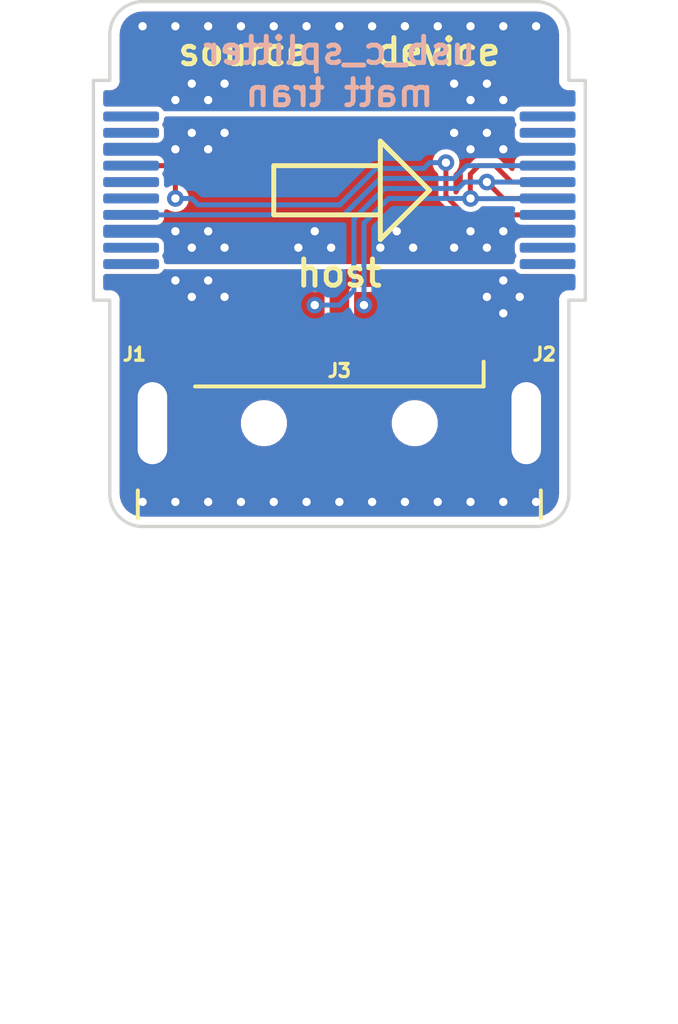
<source format=kicad_pcb>
(kicad_pcb (version 20240108) (generator "pcbnew") (generator_version "8.0")
  (layers (0 "F.Cu" signal) (31 "B.Cu" signal) (34 "B.Paste" user) (35 "F.Paste" user) (36 "B.SilkS" user "B.Silkscreen") (37 "F.SilkS" user "F.Silkscreen") (38 "B.Mask" user) (39 "F.Mask" user) (44 "Edge.Cuts" user))
  (net 0 "")
  (net 1 "GND")
  (net 4 "VBUS")
  (net 5 "/cc1")
  (net 13 "/cc2")
  (net 21 "/d+")
  (net 22 "/d-")
  (footprint "Connector_USB:USB_A_CNCTech_1001-011-01101_Horizontal" (layer "F.Cu") (at 150 114 -90)
    (property "Reference" "J3" (at -8.5 0 180) (layer "F.SilkS") (effects (font (size 0.4 0.4) (thickness 0.1) (bold yes))))
    (property "Value" "host")
    (fp_line (start -4.85 6.145) (end -4 6.145) (stroke (width 0.12)) (layer "F.SilkS"))
    (fp_line (start -8.02 -4.4) (end -8.02 4.4) (stroke (width 0.12)) (layer "F.SilkS"))
    (fp_line (start -8.02 -4.4) (end -8.775 -4.4) (stroke (width 0.12)) (layer "F.SilkS"))
    (fp_line (start -4.85 -6.145) (end -4 -6.145) (stroke (width 0.12)) (layer "F.SilkS"))
    (pad "" np_thru_hole circle (at -6.9 -2.3 270) (size 1.1 1.1) (drill 1.1) (layers "*.Cu" "*.Mask"))
    (pad "" np_thru_hole circle (at -6.9 2.3 270) (size 1.1 1.1) (drill 1.1) (layers "*.Cu" "*.Mask"))
    (pad "1" smd rect (at -9.65 -3.5 270) (size 2.5 1.1) (layers "F.Cu" "F.Paste" "F.Mask"))
    (pad "2" smd rect (at -9.65 -1 270) (size 2.5 1.1) (layers "F.Cu" "F.Paste" "F.Mask") (net 22 "/d-"))
    (pad "3" smd rect (at -9.65 1 270) (size 2.5 1.1) (layers "F.Cu" "F.Paste" "F.Mask") (net 21 "/d+"))
    (pad "4" smd rect (at -9.65 3.5 270) (size 2.5 1.1) (layers "F.Cu" "F.Paste" "F.Mask") (net 1 "GND"))
    (pad "5" thru_hole oval (at -6.9 -5.7 270) (size 3.5 1.9) (drill oval 2.5 0.9) (layers "*.Cu" "*.Mask") (net 1 "GND"))
    (pad "5" thru_hole oval (at -6.9 5.7 270) (size 3.5 1.9) (drill oval 2.5 0.9) (layers "*.Cu" "*.Mask") (net 1 "GND"))
  )
  (footprint "extraparts:USB-307HI" (layer "F.Cu") (at 157 100 -90)
    (property "Reference" "J2" (at 5 0.75 0) (layer "F.SilkS") (effects (font (size 0.4 0.4) (thickness 0.1) (bold yes))))
    (property "Value" "device")
    (fp_line (start -3.35 0) (end -4.75 0) (stroke (width 0.1)) (layer "Edge.Cuts"))
    (fp_line (start 3.35 0) (end 4.75 0) (stroke (width 0.1)) (layer "Edge.Cuts"))
    (fp_line (start -3.35 -0.5) (end -3.35 0) (stroke (width 0.1)) (layer "Edge.Cuts"))
    (fp_line (start 3.35 -0.5) (end 3.35 0) (stroke (width 0.1)) (layer "Edge.Cuts"))
    (fp_line (start 3.35 -0.5) (end -3.35 -0.5) (stroke (width 0.1)) (layer "Edge.Cuts"))
    (pad "A1" smd roundrect (at 2.75 0.65 270) (size 0.3 1.7) (layers "F.Cu" "F.Paste" "F.Mask") (net 1 "GND"))
    (pad "A2" smd roundrect (at 2.25 0.65 270) (size 0.3 1.7) (layers "F.Cu" "F.Paste" "F.Mask"))
    (pad "A3" smd roundrect (at 1.75 0.65 270) (size 0.3 1.7) (layers "F.Cu" "F.Paste" "F.Mask"))
    (pad "A4" smd roundrect (at 1.25 0.65 270) (size 0.3 1.7) (layers "F.Cu" "F.Paste" "F.Mask") (net 4 "VBUS"))
    (pad "A5" smd roundrect (at 0.75 0.65 270) (size 0.3 1.7) (layers "F.Cu" "F.Paste" "F.Mask") (net 5 "/cc1"))
    (pad "A6" smd roundrect (at 0.25 0.65 270) (size 0.3 1.7) (layers "F.Cu" "F.Paste" "F.Mask") (net 21 "/d+"))
    (pad "A7" smd roundrect (at -0.25 0.65 270) (size 0.3 1.7) (layers "F.Cu" "F.Paste" "F.Mask") (net 22 "/d-"))
    (pad "A8" smd roundrect (at -0.75 0.65 270) (size 0.3 1.7) (layers "F.Cu" "F.Paste" "F.Mask"))
    (pad "A9" smd roundrect (at -1.25 0.65 270) (size 0.3 1.7) (layers "F.Cu" "F.Paste" "F.Mask") (net 4 "VBUS"))
    (pad "A10" smd roundrect (at -1.75 0.65 270) (size 0.3 1.7) (layers "F.Cu" "F.Paste" "F.Mask"))
    (pad "A11" smd roundrect (at -2.25 0.65 270) (size 0.3 1.7) (layers "F.Cu" "F.Paste" "F.Mask"))
    (pad "A12" smd roundrect (at -2.75 0.65 270) (size 0.3 1.7) (layers "F.Cu" "F.Paste" "F.Mask") (net 1 "GND"))
    (pad "B1" smd roundrect (at -2.75 0.65 270) (size 0.3 1.7) (layers "B.Cu" "B.Paste" "B.Mask") (net 1 "GND"))
    (pad "B2" smd roundrect (at -2.25 0.65 270) (size 0.3 1.7) (layers "B.Cu" "B.Paste" "B.Mask"))
    (pad "B3" smd roundrect (at -1.75 0.65 270) (size 0.3 1.7) (layers "B.Cu" "B.Paste" "B.Mask"))
    (pad "B4" smd roundrect (at -1.25 0.65 270) (size 0.3 1.7) (layers "B.Cu" "B.Paste" "B.Mask") (net 4 "VBUS"))
    (pad "B5" smd roundrect (at -0.75 0.65 270) (size 0.3 1.7) (layers "B.Cu" "B.Paste" "B.Mask") (net 13 "/cc2"))
    (pad "B6" smd roundrect (at -0.25 0.65 270) (size 0.3 1.7) (layers "B.Cu" "B.Paste" "B.Mask") (net 21 "/d+"))
    (pad "B7" smd roundrect (at 0.25 0.65 270) (size 0.3 1.7) (layers "B.Cu" "B.Paste" "B.Mask") (net 22 "/d-"))
    (pad "B8" smd roundrect (at 0.75 0.65 270) (size 0.3 1.7) (layers "B.Cu" "B.Paste" "B.Mask"))
    (pad "B9" smd roundrect (at 1.25 0.65 270) (size 0.3 1.7) (layers "B.Cu" "B.Paste" "B.Mask") (net 4 "VBUS"))
    (pad "B10" smd roundrect (at 1.75 0.65 270) (size 0.3 1.7) (layers "B.Cu" "B.Paste" "B.Mask"))
    (pad "B11" smd roundrect (at 2.25 0.65 270) (size 0.3 1.7) (layers "B.Cu" "B.Paste" "B.Mask"))
    (pad "B12" smd roundrect (at 2.75 0.65 270) (size 0.3 1.7) (layers "B.Cu" "B.Paste" "B.Mask") (net 1 "GND"))
    (pad "S1" smd roundrect (at -4.32 1.2 270) (size 0.7 1.7) (layers "F.Cu" "F.Paste" "F.Mask") (net 1 "GND"))
    (pad "S1" smd roundrect (at -4.32 1.2 270) (size 0.7 1.7) (layers "B.Cu" "B.Paste" "B.Mask") (net 1 "GND"))
    (pad "S1" smd roundrect (at 4.32 1.2 270) (size 0.7 1.7) (layers "F.Cu" "F.Paste" "F.Mask") (net 1 "GND"))
    (pad "S1" smd roundrect (at 4.32 1.2 270) (size 0.7 1.7) (layers "B.Cu" "B.Paste" "B.Mask") (net 1 "GND"))
  )
  (footprint "extraparts:USB-307HI" (layer "F.Cu") (at 143 100 90)
    (property "Reference" "J1" (at -5 0.75 0) (layer "F.SilkS") (effects (font (size 0.4 0.4) (thickness 0.1) (bold yes))))
    (property "Value" "usb pd source")
    (fp_line (start 3.35 -0.5) (end -3.35 -0.5) (stroke (width 0.1)) (layer "Edge.Cuts"))
    (fp_line (start 3.35 -0.5) (end 3.35 0) (stroke (width 0.1)) (layer "Edge.Cuts"))
    (fp_line (start -3.35 -0.5) (end -3.35 0) (stroke (width 0.1)) (layer "Edge.Cuts"))
    (fp_line (start 3.35 0) (end 4.75 0) (stroke (width 0.1)) (layer "Edge.Cuts"))
    (fp_line (start -3.35 0) (end -4.75 0) (stroke (width 0.1)) (layer "Edge.Cuts"))
    (pad "A1" smd roundrect (at 2.75 0.65 90) (size 0.3 1.7) (layers "F.Cu" "F.Paste" "F.Mask") (net 1 "GND"))
    (pad "A2" smd roundrect (at 2.25 0.65 90) (size 0.3 1.7) (layers "F.Cu" "F.Paste" "F.Mask"))
    (pad "A3" smd roundrect (at 1.75 0.65 90) (size 0.3 1.7) (layers "F.Cu" "F.Paste" "F.Mask"))
    (pad "A4" smd roundrect (at 1.25 0.65 90) (size 0.3 1.7) (layers "F.Cu" "F.Paste" "F.Mask") (net 4 "VBUS"))
    (pad "A5" smd roundrect (at 0.75 0.65 90) (size 0.3 1.7) (layers "F.Cu" "F.Paste" "F.Mask") (net 5 "/cc1"))
    (pad "A6" smd roundrect (at 0.25 0.65 90) (size 0.3 1.7) (layers "F.Cu" "F.Paste" "F.Mask"))
    (pad "A7" smd roundrect (at -0.25 0.65 90) (size 0.3 1.7) (layers "F.Cu" "F.Paste" "F.Mask"))
    (pad "A8" smd roundrect (at -0.75 0.65 90) (size 0.3 1.7) (layers "F.Cu" "F.Paste" "F.Mask"))
    (pad "A9" smd roundrect (at -1.25 0.65 90) (size 0.3 1.7) (layers "F.Cu" "F.Paste" "F.Mask") (net 4 "VBUS"))
    (pad "A10" smd roundrect (at -1.75 0.65 90) (size 0.3 1.7) (layers "F.Cu" "F.Paste" "F.Mask"))
    (pad "A11" smd roundrect (at -2.25 0.65 90) (size 0.3 1.7) (layers "F.Cu" "F.Paste" "F.Mask"))
    (pad "A12" smd roundrect (at -2.75 0.65 90) (size 0.3 1.7) (layers "F.Cu" "F.Paste" "F.Mask") (net 1 "GND"))
    (pad "B1" smd roundrect (at -2.75 0.65 90) (size 0.3 1.7) (layers "B.Cu" "B.Paste" "B.Mask") (net 1 "GND"))
    (pad "B2" smd roundrect (at -2.25 0.65 90) (size 0.3 1.7) (layers "B.Cu" "B.Paste" "B.Mask"))
    (pad "B3" smd roundrect (at -1.75 0.65 90) (size 0.3 1.7) (layers "B.Cu" "B.Paste" "B.Mask"))
    (pad "B4" smd roundrect (at -1.25 0.65 90) (size 0.3 1.7) (layers "B.Cu" "B.Paste" "B.Mask") (net 4 "VBUS"))
    (pad "B5" smd roundrect (at -0.75 0.65 90) (size 0.3 1.7) (layers "B.Cu" "B.Paste" "B.Mask") (net 13 "/cc2"))
    (pad "B6" smd roundrect (at -0.25 0.65 90) (size 0.3 1.7) (layers "B.Cu" "B.Paste" "B.Mask"))
    (pad "B7" smd roundrect (at 0.25 0.65 90) (size 0.3 1.7) (layers "B.Cu" "B.Paste" "B.Mask"))
    (pad "B8" smd roundrect (at 0.75 0.65 90) (size 0.3 1.7) (layers "B.Cu" "B.Paste" "B.Mask"))
    (pad "B9" smd roundrect (at 1.25 0.65 90) (size 0.3 1.7) (layers "B.Cu" "B.Paste" "B.Mask") (net 4 "VBUS"))
    (pad "B10" smd roundrect (at 1.75 0.65 90) (size 0.3 1.7) (layers "B.Cu" "B.Paste" "B.Mask"))
    (pad "B11" smd roundrect (at 2.25 0.65 90) (size 0.3 1.7) (layers "B.Cu" "B.Paste" "B.Mask"))
    (pad "B12" smd roundrect (at 2.75 0.65 90) (size 0.3 1.7) (layers "B.Cu" "B.Paste" "B.Mask") (net 1 "GND"))
    (pad "S1" smd roundrect (at -4.32 1.2 90) (size 0.7 1.7) (layers "F.Cu" "F.Paste" "F.Mask") (net 1 "GND"))
    (pad "S1" smd roundrect (at -4.32 1.2 90) (size 0.7 1.7) (layers "B.Cu" "B.Paste" "B.Mask") (net 1 "GND"))
    (pad "S1" smd roundrect (at 4.32 1.2 90) (size 0.7 1.7) (layers "F.Cu" "F.Paste" "F.Mask") (net 1 "GND"))
    (pad "S1" smd roundrect (at 4.32 1.2 90) (size 0.7 1.7) (layers "B.Cu" "B.Paste" "B.Mask") (net 1 "GND"))
  )
  (gr_line (start 151.25 99.25) (end 148 99.25) (stroke (width 0.15)) (layer "F.SilkS"))
  (gr_line (start 151.25 101.5) (end 152.75 100) (stroke (width 0.15)) (layer "F.SilkS"))
  (gr_line (start 151.25 98.5) (end 151.25 101.5) (stroke (width 0.15)) (layer "F.SilkS"))
  (gr_line (start 148 100.75) (end 151.25 100.75) (stroke (width 0.15)) (layer "F.SilkS"))
  (gr_line (start 152.75 100) (end 151.25 98.5) (stroke (width 0.15)) (layer "F.SilkS"))
  (gr_line (start 148 99.25) (end 148 100.75) (stroke (width 0.15)) (layer "F.SilkS"))
  (gr_line (start 157 104.75) (end 157 109.25) (stroke (width 0.1)) (layer "Edge.Cuts"))
  (gr_arc (start 143 95.25) (mid 143.292893 94.542893) (end 144 94.25) (stroke (width 0.1)) (layer "Edge.Cuts"))
  (gr_arc (start 144 110.25) (mid 143.292893 109.957107) (end 143 109.25) (stroke (width 0.1)) (layer "Edge.Cuts"))
  (gr_line (start 143 104.75) (end 143 109.25) (stroke (width 0.1)) (layer "Edge.Cuts"))
  (gr_line (start 156 110.25) (end 144 110.25) (stroke (width 0.1)) (layer "Edge.Cuts"))
  (gr_arc (start 157 109.25) (mid 156.707107 109.957107) (end 156 110.25) (stroke (width 0.1)) (layer "Edge.Cuts"))
  (gr_line (start 156 94.25) (end 144 94.25) (stroke (width 0.1)) (layer "Edge.Cuts"))
  (gr_arc (start 156 94.25) (mid 156.707107 94.542893) (end 157 95.25) (stroke (width 0.1)) (layer "Edge.Cuts"))
  (gr_text "usb_c_splitter\nmatt tran" (at 150 97.5 0) (layer "B.SilkS") (effects (font (size 0.8 0.8)) (justify bottom mirror)))
  (gr_text "device" (at 155 96.25 0) (layer "F.SilkS") (effects (font (size 0.8 0.8)) (justify right bottom)))
  (gr_text "source" (at 145 96.25 0) (layer "F.SilkS") (effects (font (size 0.8 0.8)) (justify left bottom)))
  (gr_text "host" (at 150 103 0) (layer "F.SilkS") (effects (font (size 0.8 0.8)) (justify bottom)))
  (via (at 155 102.75) (size 0.508) (drill 0.254) (layers "F.Cu" "B.Cu") (net 1))
  (via (at 149 109.5) (size 0.508) (drill 0.254) (layers "F.Cu" "B.Cu") (net 1))
  (via (at 154.5 96.75) (size 0.508) (drill 0.254) (layers "F.Cu" "B.Cu") (net 1))
  (via (at 155 95) (size 0.508) (drill 0.254) (layers "F.Cu" "B.Cu") (net 1))
  (via (at 147 95) (size 0.508) (drill 0.254) (layers "F.Cu" "B.Cu") (net 1))
  (via (at 153 95) (size 0.508) (drill 0.254) (layers "F.Cu" "B.Cu") (net 1))
  (via (at 145 95) (size 0.508) (drill 0.254) (layers "F.Cu" "B.Cu") (net 1))
  (via (at 144 95) (size 0.508) (drill 0.254) (layers "F.Cu" "B.Cu") (net 1))
  (via (at 152 95) (size 0.508) (drill 0.254) (layers "F.Cu" "B.Cu") (net 1))
  (via (at 149 95) (size 0.508) (drill 0.254) (layers "F.Cu" "B.Cu") (net 1))
  (via (at 155 97.25) (size 0.508) (drill 0.254) (layers "F.Cu" "B.Cu") (net 1))
  (via (at 144 109.5) (size 0.508) (drill 0.254) (layers "F.Cu" "B.Cu") (net 1))
  (via (at 153 109.5) (size 0.508) (drill 0.254) (layers "F.Cu" "B.Cu") (net 1))
  (via (at 154 95) (size 0.508) (drill 0.254) (layers "F.Cu" "B.Cu") (net 1))
  (via (at 145 97.25) (size 0.508) (drill 0.254) (layers "F.Cu" "B.Cu") (net 1))
  (via (at 153.5 96.75) (size 0.508) (drill 0.254) (layers "F.Cu" "B.Cu") (net 1))
  (via (at 146 95) (size 0.508) (drill 0.254) (layers "F.Cu" "B.Cu") (net 1))
  (via (at 156 109.5) (size 0.508) (drill 0.254) (layers "F.Cu" "B.Cu") (net 1))
  (via (at 148 95) (size 0.508) (drill 0.254) (layers "F.Cu" "B.Cu") (net 1))
  (via (at 155 103.75) (size 0.508) (drill 0.254) (layers "F.Cu" "B.Cu") (net 1))
  (via (at 156 95) (size 0.508) (drill 0.254) (layers "F.Cu" "B.Cu") (net 1))
  (via (at 145.5 103.25) (size 0.508) (drill 0.254) (layers "F.Cu" "B.Cu") (net 1))
  (via (at 155 109.5) (size 0.508) (drill 0.254) (layers "F.Cu" "B.Cu") (net 1))
  (via (at 154 109.5) (size 0.508) (drill 0.254) (layers "F.Cu" "B.Cu") (net 1))
  (via (at 150 109.5) (size 0.508) (drill 0.254) (layers "F.Cu" "B.Cu") (net 1))
  (via (at 148 109.5) (size 0.508) (drill 0.254) (layers "F.Cu" "B.Cu") (net 1))
  (via (at 147 109.5) (size 0.508) (drill 0.254) (layers "F.Cu" "B.Cu") (net 1))
  (via (at 154 97.25) (size 0.508) (drill 0.254) (layers "F.Cu" "B.Cu") (net 1))
  (via (at 146 109.5) (size 0.508) (drill 0.254) (layers "F.Cu" "B.Cu") (net 1))
  (via (at 151 109.5) (size 0.508) (drill 0.254) (layers "F.Cu" "B.Cu") (net 1))
  (via (at 145 102.75) (size 0.508) (drill 0.254) (layers "F.Cu" "B.Cu") (net 1))
  (via (at 145.5 96.75) (size 0.508) (drill 0.254) (layers "F.Cu" "B.Cu") (net 1))
  (via (at 150 95) (size 0.508) (drill 0.254) (layers "F.Cu" "B.Cu") (net 1))
  (via (at 152 109.5) (size 0.508) (drill 0.254) (layers "F.Cu" "B.Cu") (net 1))
  (via (at 146.5 96.75) (size 0.508) (drill 0.254) (layers "F.Cu" "B.Cu") (net 1))
  (via (at 155.5 103.25) (size 0.508) (drill 0.254) (layers "F.Cu" "B.Cu") (net 1))
  (via (at 146 97.25) (size 0.508) (drill 0.254) (layers "F.Cu" "B.Cu") (net 1))
  (via (at 146.5 103.25) (size 0.508) (drill 0.254) (layers "F.Cu" "B.Cu") (net 1))
  (via (at 154.5 103.25) (size 0.508) (drill 0.254) (layers "F.Cu" "B.Cu") (net 1))
  (via (at 145 109.5) (size 0.508) (drill 0.254) (layers "F.Cu" "B.Cu") (net 1))
  (via (at 151 95) (size 0.508) (drill 0.254) (layers "F.Cu" "B.Cu") (net 1))
  (via (at 146 102.75) (size 0.508) (drill 0.254) (layers "F.Cu" "B.Cu") (net 1))
  (via (at 145.5 98.25) (size 0.508) (drill 0.254) (layers "F.Cu" "B.Cu") (net 4))
  (via (at 152.25 101.75) (size 0.508) (drill 0.254) (layers "F.Cu" "B.Cu") (net 4))
  (via (at 153.5 101.75) (size 0.508) (drill 0.254) (layers "F.Cu" "B.Cu") (net 4))
  (via (at 146 98.75) (size 0.508) (drill 0.254) (layers "F.Cu" "B.Cu") (net 4))
  (via (at 149.25 101.25) (size 0.508) (drill 0.254) (layers "F.Cu" "B.Cu") (net 4))
  (via (at 151.25 101.75) (size 0.508) (drill 0.254) (layers "F.Cu" "B.Cu") (net 4))
  (via (at 148.75 101.75) (size 0.508) (drill 0.254) (layers "F.Cu" "B.Cu") (net 4))
  (via (at 151.75 101.25) (size 0.508) (drill 0.254) (layers "F.Cu" "B.Cu") (net 4))
  (via (at 145.5 101.75) (size 0.508) (drill 0.254) (layers "F.Cu" "B.Cu") (net 4))
  (via (at 154 98.75) (size 0.508) (drill 0.254) (layers "F.Cu" "B.Cu") (net 4))
  (via (at 154.5 98.25) (size 0.508) (drill 0.254) (layers "F.Cu" "B.Cu") (net 4))
  (via (at 153.5 98.25) (size 0.508) (drill 0.254) (layers "F.Cu" "B.Cu") (net 4))
  (via (at 149.75 101.75) (size 0.508) (drill 0.254) (layers "F.Cu" "B.Cu") (net 4))
  (via (at 145 101.25) (size 0.508) (drill 0.254) (layers "F.Cu" "B.Cu") (net 4))
  (via (at 154 101.25) (size 0.508) (drill 0.254) (layers "F.Cu" "B.Cu") (net 4))
  (via (at 145 98.75) (size 0.508) (drill 0.254) (layers "F.Cu" "B.Cu") (net 4))
  (via (at 154.5 101.75) (size 0.508) (drill 0.254) (layers "F.Cu" "B.Cu") (net 4))
  (via (at 155 101.25) (size 0.508) (drill 0.254) (layers "F.Cu" "B.Cu") (net 4))
  (via (at 146.5 98.25) (size 0.508) (drill 0.254) (layers "F.Cu" "B.Cu") (net 4))
  (via (at 155 98.75) (size 0.508) (drill 0.254) (layers "F.Cu" "B.Cu") (net 4))
  (via (at 146.5 101.75) (size 0.508) (drill 0.254) (layers "F.Cu" "B.Cu") (net 4))
  (via (at 146 101.25) (size 0.508) (drill 0.254) (layers "F.Cu" "B.Cu") (net 4))
  (segment (start 153.8175 100.75) (end 153.25 100.1825) (width 0.1524) (layer "F.Cu") (net 5))
  (segment (start 144.75 99.25) (end 145 99.5) (width 0.1524) (layer "F.Cu") (net 5))
  (segment (start 153.25 100.1825) (end 153.25 99.1583) (width 0.1524) (layer "F.Cu") (net 5))
  (segment (start 143.65 99.25) (end 144.75 99.25) (width 0.1524) (layer "F.Cu") (net 5))
  (segment (start 156.35 100.75) (end 153.8175 100.75) (width 0.1524) (layer "F.Cu") (net 5))
  (segment (start 145 99.5) (end 145 100.25) (width 0.1524) (layer "F.Cu") (net 5))
  (via (at 153.25 99.1583) (size 0.508) (drill 0.254) (layers "F.Cu" "B.Cu") (net 5))
  (via (at 145 100.25) (size 0.508) (drill 0.254) (layers "F.Cu" "B.Cu") (net 5))
  (segment (start 150.011644 100.4452) (end 151.121244 99.3356) (width 0.1524) (layer "B.Cu") (net 5))
  (segment (start 151.121244 99.3356) (end 152.5727 99.3356) (width 0.1524) (layer "B.Cu") (net 5))
  (segment (start 152.5727 99.3356) (end 152.75 99.1583) (width 0.1524) (layer "B.Cu") (net 5))
  (segment (start 145.6952 100.4452) (end 150.011644 100.4452) (width 0.1524) (layer "B.Cu") (net 5))
  (segment (start 152.75 99.1583) (end 153.25 99.1583) (width 0.1524) (layer "B.Cu") (net 5))
  (segment (start 145 100.25) (end 145.5 100.25) (width 0.1524) (layer "B.Cu") (net 5))
  (segment (start 145.5 100.25) (end 145.6952 100.4452) (width 0.1524) (layer "B.Cu") (net 5))
  (segment (start 153.496048 99.6404) (end 153.886448 99.25) (width 0.1524) (layer "B.Cu") (net 13))
  (segment (start 150.1404 100.75) (end 150.1404 100.747496) (width 0.1524) (layer "B.Cu") (net 13))
  (segment (start 153.886448 99.25) (end 156.35 99.25) (width 0.1524) (layer "B.Cu") (net 13))
  (segment (start 151.247496 99.6404) (end 153.496048 99.6404) (width 0.1524) (layer "B.Cu") (net 13))
  (segment (start 150.1404 100.747496) (end 151.247496 99.6404) (width 0.1524) (layer "B.Cu") (net 13))
  (segment (start 143.65 100.75) (end 150.1404 100.75) (width 0.1524) (layer "B.Cu") (net 13))
  (segment (start 156.35 100.25) (end 155 100.25) (width 0.1524) (layer "F.Cu") (net 21))
  (segment (start 155 100.25) (end 154.5 99.75) (width 0.1524) (layer "F.Cu") (net 21))
  (via (at 149.25 103.5) (size 0.508) (drill 0.254) (layers "F.Cu" "B.Cu") (net 21))
  (via (at 154.5 99.75) (size 0.508) (drill 0.254) (layers "F.Cu" "B.Cu") (net 21))
  (segment (start 154.5 99.75) (end 153.8175 99.75) (width 0.1524) (layer "B.Cu") (net 21))
  (segment (start 156.35 99.75) (end 154.5 99.75) (width 0.1524) (layer "B.Cu") (net 21))
  (segment (start 153.8175 99.75) (end 153.6223 99.9452) (width 0.1524) (layer "B.Cu") (net 21))
  (segment (start 150.4452 100.873748) (end 150.4452 103.0548) (width 0.1524) (layer "B.Cu") (net 21))
  (segment (start 153.6223 99.9452) (end 151.373748 99.9452) (width 0.1524) (layer "B.Cu") (net 21))
  (segment (start 150 103.5) (end 149.25 103.5) (width 0.1524) (layer "B.Cu") (net 21))
  (segment (start 150.4452 103.0548) (end 150 103.5) (width 0.1524) (layer "B.Cu") (net 21))
  (segment (start 151.373748 99.9452) (end 150.4452 100.873748) (width 0.1524) (layer "B.Cu") (net 21))
  (segment (start 154.75 99.25) (end 154.25 99.25) (width 0.1524) (layer "F.Cu") (net 22))
  (segment (start 156.35 99.75) (end 155.25 99.75) (width 0.1524) (layer "F.Cu") (net 22))
  (segment (start 154.25 99.25) (end 153.9936 99.5064) (width 0.1524) (layer "F.Cu") (net 22))
  (segment (start 153.9936 99.5064) (end 153.9936 100.2436) (width 0.1524) (layer "F.Cu") (net 22))
  (segment (start 153.9936 100.2436) (end 154 100.25) (width 0.1524) (layer "F.Cu") (net 22))
  (segment (start 155.25 99.75) (end 154.75 99.25) (width 0.1524) (layer "F.Cu") (net 22))
  (via (at 150.75 103.5) (size 0.508) (drill 0.254) (layers "F.Cu" "B.Cu") (net 22))
  (via (at 154 100.25) (size 0.508) (drill 0.254) (layers "F.Cu" "B.Cu") (net 22))
  (segment (start 154.2564 100.2564) (end 156.3436 100.2564) (width 0.1524) (layer "B.Cu") (net 22))
  (segment (start 154 100.25) (end 151.5 100.25) (width 0.1524) (layer "B.Cu") (net 22))
  (segment (start 151.5 100.25) (end 150.75 101) (width 0.1524) (layer "B.Cu") (net 22))
  (segment (start 156.3436 100.2564) (end 156.35 100.25) (width 0.1524) (layer "B.Cu") (net 22))
  (segment (start 150.75 101) (end 150.75 103.5) (width 0.1524) (layer "B.Cu") (net 22))
  (segment (start 154 100.25) (end 154.2564 100.2564) (width 0.1524) (layer "B.Cu") (net 22))
  (zone (net 1) (net_name "GND") (layers "F&B.Cu") (connect_pads yes (clearance 0.1524)) (min_thickness 0.1524) (fill yes (thermal_gap 0.5) (thermal_bridge_width 0.5))
    (polygon (pts (xy 142.5 94.25) (xy 142.5 110.25) (xy 157.5 110.25) (xy 157.5 94.25)))
  )
  (zone (net 4) (net_name "VBUS") (layers "F&B.Cu") (priority 1) (connect_pads yes (clearance 0.1524)) (min_thickness 0.1524) (fill yes (thermal_gap 0.5) (thermal_bridge_width 0.5))
    (polygon (pts (xy 142.75 97.75) (xy 142.75 102.25) (xy 157.25 102.25) (xy 157.25 97.75)))
  )
)
</source>
